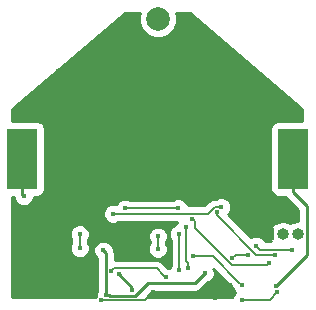
<source format=gbl>
G04 #@! TF.FileFunction,Copper,L2,Bot,Signal*
%FSLAX46Y46*%
G04 Gerber Fmt 4.6, Leading zero omitted, Abs format (unit mm)*
G04 Created by KiCad (PCBNEW 4.0.6-e0-6349~52~ubuntu16.10.1) date Thu Nov 30 13:26:54 2017*
%MOMM*%
%LPD*%
G01*
G04 APERTURE LIST*
%ADD10C,0.100000*%
%ADD11C,0.400000*%
%ADD12R,1.000000X1.000000*%
%ADD13O,1.000000X1.000000*%
%ADD14C,1.998980*%
%ADD15C,5.000000*%
%ADD16R,2.500000X5.100000*%
%ADD17C,0.254000*%
%ADD18C,0.152400*%
G04 APERTURE END LIST*
D10*
D11*
X173730920Y-142849600D03*
X161239200Y-144114520D03*
X163586160Y-144515840D03*
X163692840Y-143723360D03*
X159151320Y-148920200D03*
X157241240Y-148884640D03*
X155569920Y-149011640D03*
X154421840Y-148945600D03*
X153756360Y-148879560D03*
X152948640Y-148813520D03*
X152933400Y-147924520D03*
X153040080Y-146893280D03*
X152974040Y-145851880D03*
X152974040Y-144973040D03*
X152999440Y-144297400D03*
X153080720Y-143276320D03*
X153141680Y-142402560D03*
X156215080Y-141665960D03*
X155569920Y-141894560D03*
X154721560Y-141919960D03*
X170637200Y-131104640D03*
X159476440Y-131064000D03*
X158384240Y-131282440D03*
X155920440Y-132207000D03*
X156179520Y-133253480D03*
X154792680Y-133065520D03*
X154696160Y-134030720D03*
X153365200Y-134071360D03*
X152953720Y-133471920D03*
X153497280Y-133009640D03*
X154137360Y-132369560D03*
X154980640Y-131673600D03*
X155788360Y-130886200D03*
X156631640Y-130164840D03*
X174340520Y-133537960D03*
X173918880Y-132003800D03*
X173537880Y-132765800D03*
X175646080Y-133334760D03*
X174518320Y-132669280D03*
X173156880Y-131826000D03*
X172272960Y-131267200D03*
X172272960Y-132643880D03*
X173197520Y-133537960D03*
X173959520Y-134249160D03*
X174858680Y-134112000D03*
X175630840Y-134071360D03*
X176545240Y-134086600D03*
X177073560Y-133649720D03*
X176408080Y-132913120D03*
X175498760Y-132232400D03*
X174706280Y-131526280D03*
X174000160Y-130845560D03*
X173319440Y-130261360D03*
X172613320Y-129702560D03*
X168351200Y-133131560D03*
X168539160Y-132247640D03*
X167777160Y-131485640D03*
X166908480Y-131292600D03*
X167558720Y-130383280D03*
X168407080Y-130601720D03*
X166959280Y-129509520D03*
X167248840Y-128737360D03*
X168351200Y-129468880D03*
X167954960Y-128163320D03*
X167259000Y-127589280D03*
X167711120Y-126679960D03*
X168158160Y-127345440D03*
X169372280Y-127985520D03*
X170337480Y-127741680D03*
X169641520Y-127238760D03*
X168772840Y-126542800D03*
X167980360Y-125821440D03*
X161681160Y-134030720D03*
X161406840Y-133197600D03*
X161437320Y-132354320D03*
X162209480Y-133156960D03*
X162387280Y-133868160D03*
X163271200Y-133852920D03*
X163068000Y-133024880D03*
X162443160Y-132344160D03*
X163382960Y-132135880D03*
X163245800Y-131363720D03*
X162412680Y-131363720D03*
X161284920Y-131541520D03*
X161218880Y-130901440D03*
X162199320Y-130449320D03*
X163230560Y-130464560D03*
X162864800Y-129509520D03*
X161544000Y-129606040D03*
X162509200Y-128625600D03*
X163520120Y-128651000D03*
X162199320Y-126583440D03*
X161665920Y-127005080D03*
X160604200Y-127045720D03*
X161381440Y-126420880D03*
X162199320Y-125775720D03*
X162509200Y-127563880D03*
X161447480Y-127929640D03*
X160644840Y-127929640D03*
X159476440Y-127848360D03*
X169621200Y-136631680D03*
X169636440Y-135122920D03*
X168529000Y-135178800D03*
X168539160Y-136418320D03*
X168422320Y-137855960D03*
X168163240Y-138912600D03*
X169204640Y-138673840D03*
X169763440Y-138008360D03*
X170347640Y-137307320D03*
X171023280Y-135859520D03*
X171368720Y-137759440D03*
X172283120Y-137083800D03*
X171383960Y-139125960D03*
X172750480Y-138485880D03*
X172689520Y-139639040D03*
X169956480Y-139329160D03*
X168386760Y-140040360D03*
X169931080Y-140395960D03*
X170408600Y-140340080D03*
X171226480Y-140421360D03*
X172085000Y-140614400D03*
X173126400Y-140670280D03*
X175193960Y-141361160D03*
X176062640Y-142123160D03*
X175849280Y-141493240D03*
X174198280Y-140431520D03*
X173959520Y-139435840D03*
X173995080Y-138318240D03*
X173629320Y-137058400D03*
X172227240Y-135559800D03*
X171724320Y-134894320D03*
X170632120Y-134172960D03*
X169529760Y-134051040D03*
X168087040Y-134147560D03*
X167162480Y-134787640D03*
X161076640Y-139954000D03*
X160741360Y-139034520D03*
X160167320Y-138272520D03*
X160065720Y-137464800D03*
X161076640Y-137363200D03*
X160751520Y-136337040D03*
X159903160Y-136164320D03*
X159852360Y-135361680D03*
X160934400Y-135188960D03*
X160990280Y-134091680D03*
X159679640Y-134193280D03*
X159070040Y-134686040D03*
X158907480Y-136210040D03*
X158897320Y-137175240D03*
X158897320Y-138247120D03*
X159938720Y-140685520D03*
X158983680Y-139745720D03*
X159506920Y-139440920D03*
X160045400Y-139994640D03*
X160599120Y-140721080D03*
X156306520Y-134228840D03*
X156616400Y-134874000D03*
X156667200Y-136296400D03*
X156596080Y-137485120D03*
X155900120Y-139186920D03*
X156438600Y-139578080D03*
X162560000Y-134589520D03*
X162219640Y-134995920D03*
X162209480Y-135427720D03*
X162214560Y-135859520D03*
X162173920Y-136342120D03*
X162549840Y-136662160D03*
X167340280Y-125547120D03*
X167223440Y-126070360D03*
X167055800Y-126593600D03*
X166811960Y-127005080D03*
X162722560Y-125476000D03*
X162803840Y-126060200D03*
X162981640Y-126583440D03*
X163261040Y-127025400D03*
X163647120Y-127386080D03*
X166441120Y-127330200D03*
X163245800Y-125430280D03*
X163296600Y-125958600D03*
X163413440Y-126441200D03*
X163733480Y-126913640D03*
X166801800Y-125603000D03*
X166771320Y-126105920D03*
X166613840Y-126517400D03*
X166349680Y-126888240D03*
X169768520Y-140898880D03*
X169387520Y-141107160D03*
X168889680Y-141112240D03*
X168376600Y-141102080D03*
X167838120Y-141051280D03*
X167365680Y-140782040D03*
X167340280Y-140329920D03*
X167380920Y-139877800D03*
X167411400Y-139461240D03*
X167426640Y-138988800D03*
X167396160Y-138511280D03*
X167360600Y-138033760D03*
X167345360Y-137591800D03*
X167248840Y-136992360D03*
X166791640Y-136682480D03*
X166309040Y-136758680D03*
X166232840Y-136286240D03*
X166187120Y-135895080D03*
X166171880Y-135376920D03*
X166217600Y-134838440D03*
X166329360Y-134335520D03*
X166817040Y-134269480D03*
X167203120Y-133939280D03*
X167386000Y-133456680D03*
X167289480Y-132963920D03*
X167152320Y-132506720D03*
X166720520Y-132257800D03*
X166222680Y-132349240D03*
X166217600Y-131881880D03*
X166222680Y-131434840D03*
X166217600Y-130967480D03*
X166055040Y-130484880D03*
X166049960Y-130017520D03*
X166055040Y-129570480D03*
X166049960Y-129103120D03*
X165999160Y-128620520D03*
X165994080Y-128153160D03*
X165999160Y-127706120D03*
X165994080Y-127238760D03*
X164119560Y-128569720D03*
X164114480Y-128102360D03*
X164119560Y-127655320D03*
X164114480Y-127187960D03*
X164084000Y-130408680D03*
X164078920Y-129941320D03*
X164084000Y-129494280D03*
X164078920Y-129026920D03*
X164023040Y-132283200D03*
X164017960Y-131815840D03*
X164023040Y-131368800D03*
X164017960Y-130901440D03*
X164002720Y-133207760D03*
X163997640Y-132740400D03*
X163997640Y-133654800D03*
X164002720Y-134122160D03*
X163794440Y-134553960D03*
X163332160Y-134589520D03*
X162976560Y-134874000D03*
X161970720Y-137779760D03*
X162443160Y-137967720D03*
X163017200Y-136306560D03*
X163052760Y-136763760D03*
X162976560Y-137215880D03*
X162605720Y-137505440D03*
X161782760Y-138242040D03*
X161599880Y-138744960D03*
X161620200Y-139263120D03*
X161813240Y-139740640D03*
X162356800Y-140202920D03*
X161853880Y-140218160D03*
X161869120Y-140771880D03*
D12*
X174345600Y-143967200D03*
D13*
X175615600Y-143967200D03*
X176885600Y-143967200D03*
D14*
X165049200Y-125730000D03*
D15*
X165018400Y-137591800D03*
D16*
X153568400Y-137591800D03*
X176468400Y-137591800D03*
D11*
X162377120Y-140766800D03*
X175016160Y-148341080D03*
X162260280Y-141777720D03*
X166786560Y-141767560D03*
X153695400Y-140766800D03*
X172161200Y-149504400D03*
X175158400Y-148894800D03*
X160629600Y-149098000D03*
X169011600Y-147269200D03*
X160629600Y-149098000D03*
X160426400Y-145338800D03*
X162062160Y-138963400D03*
X162867058Y-148720179D03*
X160274000Y-149555200D03*
X161747200Y-147370800D03*
X164642800Y-148844000D03*
X171196000Y-148272500D03*
X167195500Y-149034500D03*
X169862500Y-149352000D03*
X165707278Y-147616703D03*
X161109010Y-147066000D03*
X172160225Y-148276500D03*
X167989088Y-145819427D03*
X158432500Y-143954500D03*
X158432500Y-145161000D03*
X165035723Y-145209616D03*
X165060709Y-144152405D03*
X161239200Y-142240000D03*
X170408600Y-141655800D03*
X171348400Y-145999200D03*
X172720000Y-145694400D03*
X173380400Y-144932400D03*
X176428400Y-145288000D03*
X166878000Y-147002500D03*
X166814500Y-143954500D03*
X167617426Y-146863316D03*
X167449500Y-143319390D03*
X174966386Y-145708030D03*
X170053000Y-142084410D03*
X167957500Y-142684500D03*
X174498000Y-146367500D03*
D17*
X175016160Y-148341080D02*
X177665001Y-145692239D01*
X177665001Y-145692239D02*
X177665001Y-141592401D01*
X177665001Y-141592401D02*
X176468400Y-140395800D01*
X176468400Y-140395800D02*
X176468400Y-137591800D01*
D18*
X166786560Y-141767560D02*
X162270440Y-141767560D01*
X162270440Y-141767560D02*
X162260280Y-141777720D01*
D17*
X153568400Y-137591800D02*
X153568400Y-140639800D01*
X153568400Y-140639800D02*
X153695400Y-140766800D01*
D18*
X175158400Y-148894800D02*
X174548800Y-149504400D01*
X174548800Y-149504400D02*
X172161200Y-149504400D01*
D17*
X160912442Y-149098000D02*
X160629600Y-149098000D01*
X168184687Y-148096113D02*
X164220603Y-148096113D01*
X169011600Y-147269200D02*
X168184687Y-148096113D01*
X163117127Y-149199589D02*
X161014031Y-149199589D01*
X164220603Y-148096113D02*
X163117127Y-149199589D01*
X161014031Y-149199589D02*
X160912442Y-149098000D01*
X160426400Y-145338800D02*
X160629600Y-145542000D01*
X160629600Y-145542000D02*
X160629600Y-149098000D01*
X164551040Y-140984920D02*
X164551040Y-139354560D01*
D18*
X164607240Y-130820160D02*
X164632640Y-130845560D01*
X164632640Y-130845560D02*
X164632640Y-136306560D01*
X164632640Y-136306560D02*
X164632640Y-139272960D01*
X164632640Y-139272960D02*
X164551040Y-139354560D01*
D17*
X161747200Y-147370800D02*
X162867058Y-148490658D01*
D18*
X160274000Y-149555200D02*
X163931600Y-149555200D01*
D17*
X162867058Y-148490658D02*
X162867058Y-148720179D01*
D18*
X163931600Y-149555200D02*
X164642800Y-148844000D01*
D17*
X164642800Y-148844000D02*
X167005000Y-148844000D01*
X167005000Y-148844000D02*
X167195500Y-149034500D01*
D18*
X171196000Y-148272500D02*
X170116500Y-149352000D01*
X170116500Y-149352000D02*
X169862500Y-149352000D01*
X169862500Y-149352000D02*
X169545000Y-149034500D01*
X169545000Y-149034500D02*
X167195500Y-149034500D01*
X165507279Y-147416704D02*
X165707278Y-147616703D01*
X164956576Y-146866001D02*
X165507279Y-147416704D01*
X161309009Y-146866001D02*
X164956576Y-146866001D01*
X161109010Y-147066000D02*
X161309009Y-146866001D01*
X158432500Y-145161000D02*
X158432500Y-143954500D01*
X171863836Y-147980111D02*
X172163835Y-148280110D01*
X169703152Y-145819427D02*
X171863836Y-147980111D01*
X167989088Y-145819427D02*
X169703152Y-145819427D01*
X165060709Y-144152405D02*
X165060709Y-145184630D01*
X165060709Y-145184630D02*
X165035723Y-145209616D01*
X165035723Y-144177391D02*
X165060709Y-144152405D01*
X161239200Y-142240000D02*
X169263080Y-142240000D01*
X169263080Y-142240000D02*
X169847271Y-141655809D01*
X169847271Y-141655809D02*
X170408591Y-141655809D01*
X170408591Y-141655809D02*
X170408600Y-141655800D01*
X176428400Y-145288000D02*
X175180686Y-145288000D01*
X175172115Y-145279429D02*
X173727429Y-145279429D01*
X175180686Y-145288000D02*
X175172115Y-145279429D01*
X173727429Y-145279429D02*
X173380400Y-144932400D01*
X172720000Y-145694400D02*
X171653200Y-145694400D01*
X171653200Y-145694400D02*
X171348400Y-145999200D01*
X166878000Y-144018000D02*
X166814500Y-143954500D01*
X166878000Y-147002500D02*
X166878000Y-144018000D01*
X167449500Y-143743654D02*
X167449500Y-143319390D01*
X167449500Y-146271126D02*
X167449500Y-143743654D01*
X167617426Y-146439052D02*
X167449500Y-146271126D01*
X167617426Y-146863316D02*
X167617426Y-146439052D01*
X174683544Y-145708030D02*
X174966386Y-145708030D01*
X173393778Y-145708030D02*
X174683544Y-145708030D01*
X170053000Y-142367252D02*
X173393778Y-145708030D01*
X170053000Y-142084410D02*
X170053000Y-142367252D01*
X168157499Y-142884499D02*
X167957500Y-142684500D01*
X168157499Y-143442631D02*
X168157499Y-142884499D01*
X171282367Y-146567499D02*
X168157499Y-143442631D01*
X174298001Y-146567499D02*
X171282367Y-146567499D01*
X174498000Y-146367500D02*
X174298001Y-146567499D01*
D17*
G36*
X171328798Y-148450862D02*
X171451933Y-148748872D01*
X171593792Y-148890978D01*
X171453734Y-149030793D01*
X171346102Y-149290000D01*
X164104346Y-149290000D01*
X164536234Y-148858113D01*
X168184687Y-148858113D01*
X168476292Y-148800109D01*
X168723502Y-148634928D01*
X169308390Y-148050041D01*
X169483972Y-147977492D01*
X169719066Y-147742807D01*
X169846455Y-147436021D01*
X169846745Y-147103837D01*
X169751667Y-146873731D01*
X171328798Y-148450862D01*
X171328798Y-148450862D01*
G37*
X171328798Y-148450862D02*
X171451933Y-148748872D01*
X171593792Y-148890978D01*
X171453734Y-149030793D01*
X171346102Y-149290000D01*
X164104346Y-149290000D01*
X164536234Y-148858113D01*
X168184687Y-148858113D01*
X168476292Y-148800109D01*
X168723502Y-148634928D01*
X169308390Y-148050041D01*
X169483972Y-147977492D01*
X169719066Y-147742807D01*
X169846455Y-147436021D01*
X169846745Y-147103837D01*
X169751667Y-146873731D01*
X171328798Y-148450862D01*
G36*
X163414994Y-125403453D02*
X163414426Y-126053694D01*
X163662738Y-126654655D01*
X164122127Y-127114846D01*
X164722653Y-127364206D01*
X165372894Y-127364774D01*
X165973855Y-127116462D01*
X166434046Y-126657073D01*
X166683406Y-126056547D01*
X166683974Y-125406306D01*
X166602862Y-125210000D01*
X167739021Y-125210000D01*
X177290000Y-133328333D01*
X177290000Y-134394360D01*
X175218400Y-134394360D01*
X174983083Y-134438638D01*
X174766959Y-134577710D01*
X174621969Y-134789910D01*
X174570960Y-135041800D01*
X174570960Y-140141800D01*
X174615238Y-140377117D01*
X174754310Y-140593241D01*
X174966510Y-140738231D01*
X175218400Y-140789240D01*
X175832448Y-140789240D01*
X175853439Y-140820655D01*
X175929585Y-140934615D01*
X176903001Y-141908032D01*
X176903001Y-142813425D01*
X176885600Y-142809964D01*
X176451254Y-142896361D01*
X176250600Y-143030434D01*
X176049946Y-142896361D01*
X175615600Y-142809964D01*
X175181254Y-142896361D01*
X174813034Y-143142398D01*
X174566997Y-143510618D01*
X174480600Y-143944964D01*
X174480600Y-143989436D01*
X174566997Y-144423782D01*
X174663514Y-144568229D01*
X174133400Y-144568229D01*
X174088692Y-144460028D01*
X173854007Y-144224934D01*
X173547221Y-144097545D01*
X173215037Y-144097255D01*
X172913418Y-144221881D01*
X170968376Y-142276840D01*
X171116066Y-142129407D01*
X171243455Y-141822621D01*
X171243745Y-141490437D01*
X171116892Y-141183428D01*
X170882207Y-140948334D01*
X170575421Y-140820945D01*
X170243237Y-140820655D01*
X169943244Y-140944609D01*
X169847271Y-140944609D01*
X169575106Y-140998746D01*
X169344377Y-141152915D01*
X168968492Y-141528800D01*
X167591378Y-141528800D01*
X167494852Y-141295188D01*
X167260167Y-141060094D01*
X166953381Y-140932705D01*
X166621197Y-140932415D01*
X166321226Y-141056360D01*
X162700427Y-141056360D01*
X162427101Y-140942865D01*
X162094917Y-140942575D01*
X161787908Y-141069428D01*
X161552814Y-141304113D01*
X161495443Y-141442277D01*
X161406021Y-141405145D01*
X161073837Y-141404855D01*
X160766828Y-141531708D01*
X160531734Y-141766393D01*
X160404345Y-142073179D01*
X160404055Y-142405363D01*
X160530908Y-142712372D01*
X160765593Y-142947466D01*
X161072379Y-143074855D01*
X161404563Y-143075145D01*
X161704534Y-142951200D01*
X166698261Y-142951200D01*
X166624150Y-143129680D01*
X166342128Y-143246208D01*
X166107034Y-143480893D01*
X165979645Y-143787679D01*
X165979355Y-144119863D01*
X166106208Y-144426872D01*
X166166800Y-144487570D01*
X166166800Y-146537885D01*
X166043145Y-146835679D01*
X166043131Y-146852036D01*
X165881132Y-146784768D01*
X165459470Y-146363107D01*
X165228741Y-146208938D01*
X164956576Y-146154801D01*
X161391600Y-146154801D01*
X161391600Y-145542000D01*
X161358378Y-145374979D01*
X164200578Y-145374979D01*
X164327431Y-145681988D01*
X164562116Y-145917082D01*
X164868902Y-146044471D01*
X165201086Y-146044761D01*
X165508095Y-145917908D01*
X165743189Y-145683223D01*
X165870578Y-145376437D01*
X165870868Y-145044253D01*
X165771909Y-144804753D01*
X165771909Y-144617020D01*
X165895564Y-144319226D01*
X165895854Y-143987042D01*
X165769001Y-143680033D01*
X165534316Y-143444939D01*
X165227530Y-143317550D01*
X164895346Y-143317260D01*
X164588337Y-143444113D01*
X164353243Y-143678798D01*
X164225854Y-143985584D01*
X164225564Y-144317768D01*
X164349509Y-144617739D01*
X164349509Y-144714794D01*
X164328257Y-144736009D01*
X164200868Y-145042795D01*
X164200578Y-145374979D01*
X161358378Y-145374979D01*
X161333596Y-145250395D01*
X161302973Y-145204565D01*
X161228117Y-145092534D01*
X161134692Y-144866428D01*
X160900007Y-144631334D01*
X160593221Y-144503945D01*
X160261037Y-144503655D01*
X159954028Y-144630508D01*
X159718934Y-144865193D01*
X159591545Y-145171979D01*
X159591255Y-145504163D01*
X159718108Y-145811172D01*
X159867600Y-145960925D01*
X159867600Y-148755725D01*
X159794745Y-148931179D01*
X159794455Y-149263363D01*
X159805461Y-149290000D01*
X152710000Y-149290000D01*
X152710000Y-144119863D01*
X157597355Y-144119863D01*
X157721300Y-144419834D01*
X157721300Y-144696385D01*
X157597645Y-144994179D01*
X157597355Y-145326363D01*
X157724208Y-145633372D01*
X157958893Y-145868466D01*
X158265679Y-145995855D01*
X158597863Y-145996145D01*
X158904872Y-145869292D01*
X159139966Y-145634607D01*
X159267355Y-145327821D01*
X159267645Y-144995637D01*
X159143700Y-144695666D01*
X159143700Y-144419115D01*
X159267355Y-144121321D01*
X159267645Y-143789137D01*
X159140792Y-143482128D01*
X158906107Y-143247034D01*
X158599321Y-143119645D01*
X158267137Y-143119355D01*
X157960128Y-143246208D01*
X157725034Y-143480893D01*
X157597645Y-143787679D01*
X157597355Y-144119863D01*
X152710000Y-144119863D01*
X152710000Y-140789240D01*
X152836126Y-140789240D01*
X152860274Y-140910641D01*
X152860255Y-140932163D01*
X152987108Y-141239172D01*
X153221793Y-141474266D01*
X153528579Y-141601655D01*
X153860763Y-141601945D01*
X154167772Y-141475092D01*
X154402866Y-141240407D01*
X154530255Y-140933621D01*
X154530381Y-140789240D01*
X154818400Y-140789240D01*
X155053717Y-140744962D01*
X155269841Y-140605890D01*
X155414831Y-140393690D01*
X155465840Y-140141800D01*
X155465840Y-135041800D01*
X155421562Y-134806483D01*
X155282490Y-134590359D01*
X155070290Y-134445369D01*
X154818400Y-134394360D01*
X152710000Y-134394360D01*
X152710000Y-133328333D01*
X162260980Y-125210000D01*
X163495323Y-125210000D01*
X163414994Y-125403453D01*
X163414994Y-125403453D01*
G37*
X163414994Y-125403453D02*
X163414426Y-126053694D01*
X163662738Y-126654655D01*
X164122127Y-127114846D01*
X164722653Y-127364206D01*
X165372894Y-127364774D01*
X165973855Y-127116462D01*
X166434046Y-126657073D01*
X166683406Y-126056547D01*
X166683974Y-125406306D01*
X166602862Y-125210000D01*
X167739021Y-125210000D01*
X177290000Y-133328333D01*
X177290000Y-134394360D01*
X175218400Y-134394360D01*
X174983083Y-134438638D01*
X174766959Y-134577710D01*
X174621969Y-134789910D01*
X174570960Y-135041800D01*
X174570960Y-140141800D01*
X174615238Y-140377117D01*
X174754310Y-140593241D01*
X174966510Y-140738231D01*
X175218400Y-140789240D01*
X175832448Y-140789240D01*
X175853439Y-140820655D01*
X175929585Y-140934615D01*
X176903001Y-141908032D01*
X176903001Y-142813425D01*
X176885600Y-142809964D01*
X176451254Y-142896361D01*
X176250600Y-143030434D01*
X176049946Y-142896361D01*
X175615600Y-142809964D01*
X175181254Y-142896361D01*
X174813034Y-143142398D01*
X174566997Y-143510618D01*
X174480600Y-143944964D01*
X174480600Y-143989436D01*
X174566997Y-144423782D01*
X174663514Y-144568229D01*
X174133400Y-144568229D01*
X174088692Y-144460028D01*
X173854007Y-144224934D01*
X173547221Y-144097545D01*
X173215037Y-144097255D01*
X172913418Y-144221881D01*
X170968376Y-142276840D01*
X171116066Y-142129407D01*
X171243455Y-141822621D01*
X171243745Y-141490437D01*
X171116892Y-141183428D01*
X170882207Y-140948334D01*
X170575421Y-140820945D01*
X170243237Y-140820655D01*
X169943244Y-140944609D01*
X169847271Y-140944609D01*
X169575106Y-140998746D01*
X169344377Y-141152915D01*
X168968492Y-141528800D01*
X167591378Y-141528800D01*
X167494852Y-141295188D01*
X167260167Y-141060094D01*
X166953381Y-140932705D01*
X166621197Y-140932415D01*
X166321226Y-141056360D01*
X162700427Y-141056360D01*
X162427101Y-140942865D01*
X162094917Y-140942575D01*
X161787908Y-141069428D01*
X161552814Y-141304113D01*
X161495443Y-141442277D01*
X161406021Y-141405145D01*
X161073837Y-141404855D01*
X160766828Y-141531708D01*
X160531734Y-141766393D01*
X160404345Y-142073179D01*
X160404055Y-142405363D01*
X160530908Y-142712372D01*
X160765593Y-142947466D01*
X161072379Y-143074855D01*
X161404563Y-143075145D01*
X161704534Y-142951200D01*
X166698261Y-142951200D01*
X166624150Y-143129680D01*
X166342128Y-143246208D01*
X166107034Y-143480893D01*
X165979645Y-143787679D01*
X165979355Y-144119863D01*
X166106208Y-144426872D01*
X166166800Y-144487570D01*
X166166800Y-146537885D01*
X166043145Y-146835679D01*
X166043131Y-146852036D01*
X165881132Y-146784768D01*
X165459470Y-146363107D01*
X165228741Y-146208938D01*
X164956576Y-146154801D01*
X161391600Y-146154801D01*
X161391600Y-145542000D01*
X161358378Y-145374979D01*
X164200578Y-145374979D01*
X164327431Y-145681988D01*
X164562116Y-145917082D01*
X164868902Y-146044471D01*
X165201086Y-146044761D01*
X165508095Y-145917908D01*
X165743189Y-145683223D01*
X165870578Y-145376437D01*
X165870868Y-145044253D01*
X165771909Y-144804753D01*
X165771909Y-144617020D01*
X165895564Y-144319226D01*
X165895854Y-143987042D01*
X165769001Y-143680033D01*
X165534316Y-143444939D01*
X165227530Y-143317550D01*
X164895346Y-143317260D01*
X164588337Y-143444113D01*
X164353243Y-143678798D01*
X164225854Y-143985584D01*
X164225564Y-144317768D01*
X164349509Y-144617739D01*
X164349509Y-144714794D01*
X164328257Y-144736009D01*
X164200868Y-145042795D01*
X164200578Y-145374979D01*
X161358378Y-145374979D01*
X161333596Y-145250395D01*
X161302973Y-145204565D01*
X161228117Y-145092534D01*
X161134692Y-144866428D01*
X160900007Y-144631334D01*
X160593221Y-144503945D01*
X160261037Y-144503655D01*
X159954028Y-144630508D01*
X159718934Y-144865193D01*
X159591545Y-145171979D01*
X159591255Y-145504163D01*
X159718108Y-145811172D01*
X159867600Y-145960925D01*
X159867600Y-148755725D01*
X159794745Y-148931179D01*
X159794455Y-149263363D01*
X159805461Y-149290000D01*
X152710000Y-149290000D01*
X152710000Y-144119863D01*
X157597355Y-144119863D01*
X157721300Y-144419834D01*
X157721300Y-144696385D01*
X157597645Y-144994179D01*
X157597355Y-145326363D01*
X157724208Y-145633372D01*
X157958893Y-145868466D01*
X158265679Y-145995855D01*
X158597863Y-145996145D01*
X158904872Y-145869292D01*
X159139966Y-145634607D01*
X159267355Y-145327821D01*
X159267645Y-144995637D01*
X159143700Y-144695666D01*
X159143700Y-144419115D01*
X159267355Y-144121321D01*
X159267645Y-143789137D01*
X159140792Y-143482128D01*
X158906107Y-143247034D01*
X158599321Y-143119645D01*
X158267137Y-143119355D01*
X157960128Y-143246208D01*
X157725034Y-143480893D01*
X157597645Y-143787679D01*
X157597355Y-144119863D01*
X152710000Y-144119863D01*
X152710000Y-140789240D01*
X152836126Y-140789240D01*
X152860274Y-140910641D01*
X152860255Y-140932163D01*
X152987108Y-141239172D01*
X153221793Y-141474266D01*
X153528579Y-141601655D01*
X153860763Y-141601945D01*
X154167772Y-141475092D01*
X154402866Y-141240407D01*
X154530255Y-140933621D01*
X154530381Y-140789240D01*
X154818400Y-140789240D01*
X155053717Y-140744962D01*
X155269841Y-140605890D01*
X155414831Y-140393690D01*
X155465840Y-140141800D01*
X155465840Y-135041800D01*
X155421562Y-134806483D01*
X155282490Y-134590359D01*
X155070290Y-134445369D01*
X154818400Y-134394360D01*
X152710000Y-134394360D01*
X152710000Y-133328333D01*
X162260980Y-125210000D01*
X163495323Y-125210000D01*
X163414994Y-125403453D01*
M02*

</source>
